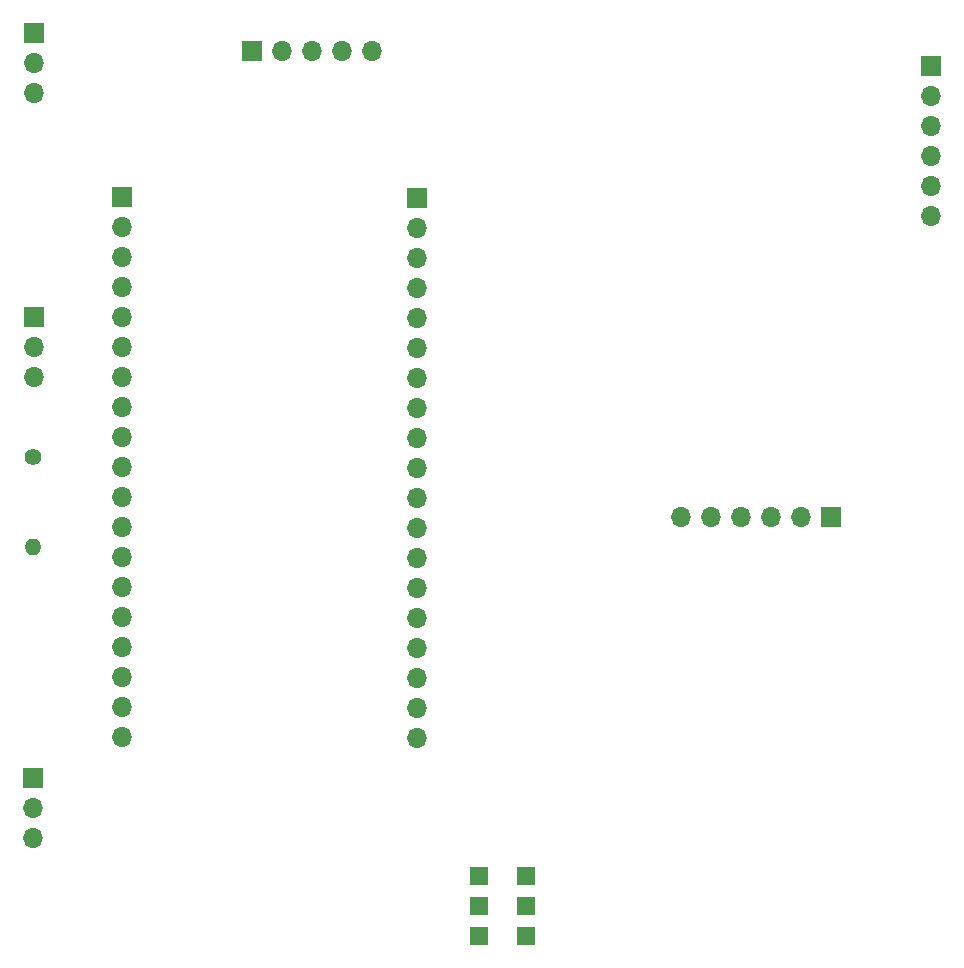
<source format=gts>
G04 #@! TF.GenerationSoftware,KiCad,Pcbnew,(5.1.12)-1*
G04 #@! TF.CreationDate,2021-12-21T16:45:29+01:00*
G04 #@! TF.ProjectId,pcbV3,70636256-332e-46b6-9963-61645f706362,rev?*
G04 #@! TF.SameCoordinates,Original*
G04 #@! TF.FileFunction,Soldermask,Top*
G04 #@! TF.FilePolarity,Negative*
%FSLAX46Y46*%
G04 Gerber Fmt 4.6, Leading zero omitted, Abs format (unit mm)*
G04 Created by KiCad (PCBNEW (5.1.12)-1) date 2021-12-21 16:45:29*
%MOMM*%
%LPD*%
G01*
G04 APERTURE LIST*
%ADD10R,1.500000X1.500000*%
%ADD11O,1.700000X1.700000*%
%ADD12R,1.700000X1.700000*%
%ADD13C,1.400000*%
%ADD14O,1.400000X1.400000*%
G04 APERTURE END LIST*
D10*
X120200000Y-121450000D03*
X120200000Y-118920000D03*
X120200000Y-116400000D03*
X124200000Y-121450000D03*
X124200000Y-118920000D03*
X124200000Y-116400000D03*
D11*
X82500000Y-74080000D03*
X82500000Y-71540000D03*
D12*
X82500000Y-69000000D03*
X82500000Y-45000000D03*
D11*
X82500000Y-47540000D03*
X82500000Y-50080000D03*
X90000000Y-104620000D03*
X90000000Y-102080000D03*
X90000000Y-99540000D03*
X90000000Y-97000000D03*
X90000000Y-94460000D03*
X90000000Y-91920000D03*
X90000000Y-89380000D03*
X90000000Y-86840000D03*
X90000000Y-84300000D03*
X90000000Y-81760000D03*
X90000000Y-79220000D03*
X90000000Y-76680000D03*
X90000000Y-74140000D03*
X90000000Y-71600000D03*
X90000000Y-69060000D03*
X90000000Y-66520000D03*
X90000000Y-63980000D03*
X90000000Y-61440000D03*
D12*
X90000000Y-58900000D03*
X101000000Y-46500000D03*
D11*
X103540000Y-46500000D03*
X106080000Y-46500000D03*
X108620000Y-46500000D03*
X111160000Y-46500000D03*
D12*
X115000000Y-59000000D03*
D11*
X115000000Y-61540000D03*
X115000000Y-64080000D03*
X115000000Y-66620000D03*
X115000000Y-69160000D03*
X115000000Y-71700000D03*
X115000000Y-74240000D03*
X115000000Y-76780000D03*
X115000000Y-79320000D03*
X115000000Y-81860000D03*
X115000000Y-84400000D03*
X115000000Y-86940000D03*
X115000000Y-89480000D03*
X115000000Y-92020000D03*
X115000000Y-94560000D03*
X115000000Y-97100000D03*
X115000000Y-99640000D03*
X115000000Y-102180000D03*
X115000000Y-104720000D03*
D12*
X150000000Y-86000000D03*
D11*
X147460000Y-86000000D03*
X144920000Y-86000000D03*
X142380000Y-86000000D03*
X139840000Y-86000000D03*
X137300000Y-86000000D03*
X158500000Y-60500000D03*
X158500000Y-57960000D03*
X158500000Y-55420000D03*
X158500000Y-52880000D03*
X158500000Y-50340000D03*
D12*
X158500000Y-47800000D03*
X82450000Y-108075000D03*
D11*
X82450000Y-110615000D03*
X82450000Y-113155000D03*
D13*
X82450000Y-80925000D03*
D14*
X82450000Y-88545000D03*
M02*

</source>
